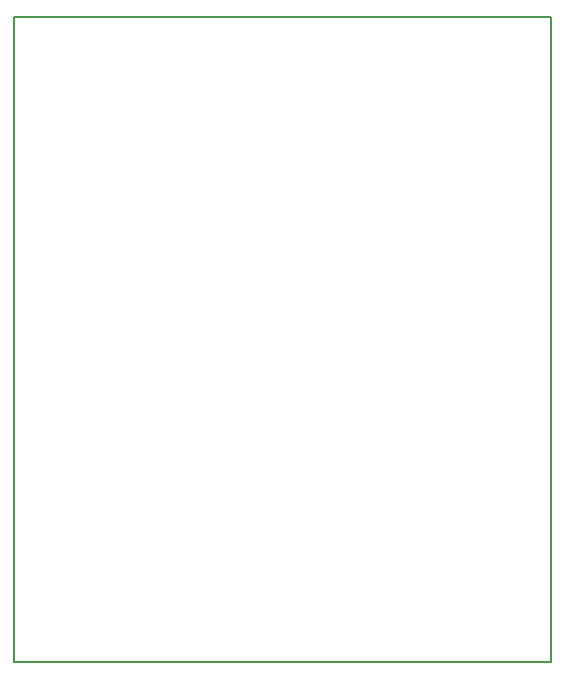
<source format=gm1>
G04 #@! TF.FileFunction,Profile,NP*
%FSLAX46Y46*%
G04 Gerber Fmt 4.6, Leading zero omitted, Abs format (unit mm)*
G04 Created by KiCad (PCBNEW (2015-09-23 BZR 6209)-product) date Thu 24 Sep 2015 02:01:43 PM EDT*
%MOMM*%
G01*
G04 APERTURE LIST*
%ADD10C,0.100000*%
%ADD11C,0.150000*%
G04 APERTURE END LIST*
D10*
D11*
X45466000Y-54610000D02*
X45466000Y-53848000D01*
X0Y-54610000D02*
X45466000Y-54610000D01*
X0Y-53848000D02*
X0Y-54610000D01*
X0Y0D02*
X0Y-53848000D01*
X1524000Y0D02*
X0Y0D01*
X45466000Y0D02*
X1524000Y0D01*
X45466000Y-53848000D02*
X45466000Y0D01*
M02*

</source>
